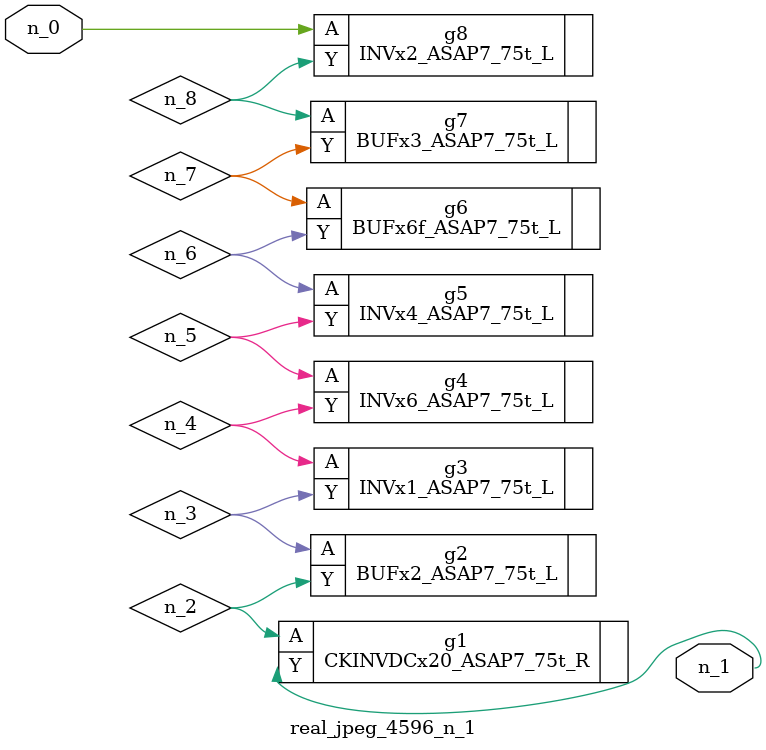
<source format=v>
module real_jpeg_4596_n_1 (n_0, n_1);

input n_0;

output n_1;

wire n_5;
wire n_4;
wire n_8;
wire n_2;
wire n_6;
wire n_7;
wire n_3;

INVx2_ASAP7_75t_L g8 ( 
.A(n_0),
.Y(n_8)
);

CKINVDCx20_ASAP7_75t_R g1 ( 
.A(n_2),
.Y(n_1)
);

BUFx2_ASAP7_75t_L g2 ( 
.A(n_3),
.Y(n_2)
);

INVx1_ASAP7_75t_L g3 ( 
.A(n_4),
.Y(n_3)
);

INVx6_ASAP7_75t_L g4 ( 
.A(n_5),
.Y(n_4)
);

INVx4_ASAP7_75t_L g5 ( 
.A(n_6),
.Y(n_5)
);

BUFx6f_ASAP7_75t_L g6 ( 
.A(n_7),
.Y(n_6)
);

BUFx3_ASAP7_75t_L g7 ( 
.A(n_8),
.Y(n_7)
);


endmodule
</source>
